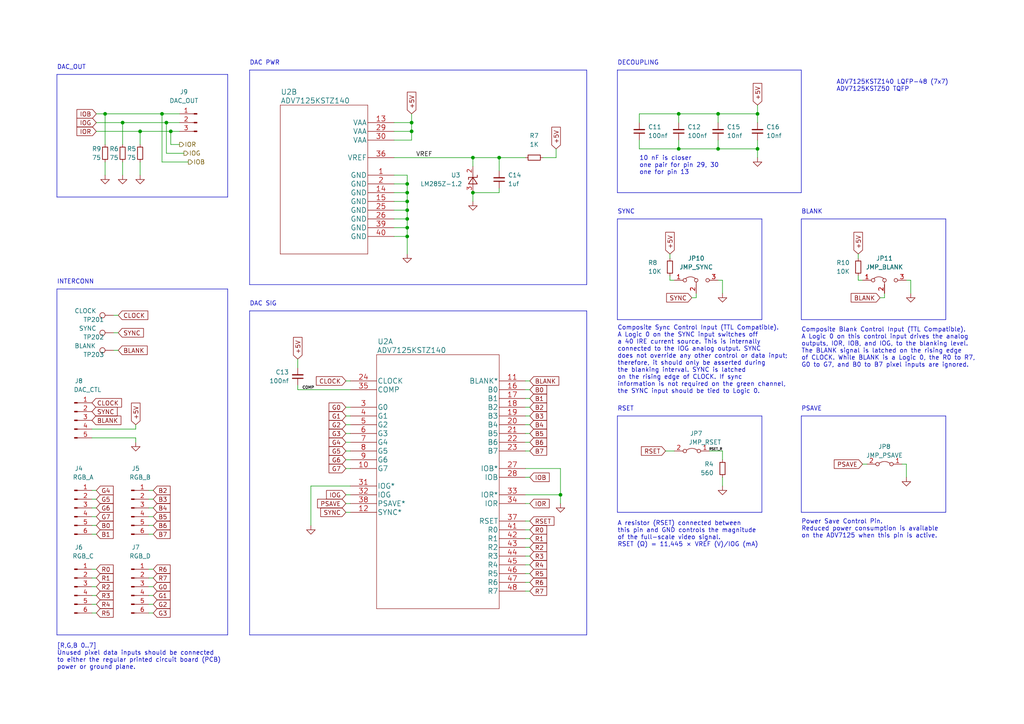
<source format=kicad_sch>
(kicad_sch (version 20230121) (generator eeschema)
  (paper "A4")
  (lib_symbols
    (symbol "ADV7125KSTZ140:ADV7125KSTZ140" (pin_names (offset 0.254))
      (property "Reference" "U" (at 25.4 12.7 0))
      (property "Value" "ADV7125KSTZ140" (at 25.4 10.16 0))
      (symbol "ADV7125KSTZ140_1_1"
        (polyline (pts (xy 7.62 -66.04) (xy 43.18 -66.04)) (stroke (width 0.127)))
        (polyline (pts (xy 7.62 7.62) (xy 7.62 -66.04)) (stroke (width 0.127)))
        (polyline (pts (xy 43.18 -66.04) (xy 43.18 7.62)) (stroke (width 0.127)))
        (polyline (pts (xy 43.18 7.62) (xy 7.62 7.62)) (stroke (width 0.127)))
        (pin input line (at 0 -25.4 0) (length 7.62) (name "G7") (number "10"))
        (pin passive line (at 50.8 0 180) (length 7.62) (name "BLANK*") (number "11"))
        (pin passive line (at 0 -38.1 0) (length 7.62) (name "SYNC*") (number "12"))
        (pin input line (at 50.8 -2.54 180) (length 7.62) (name "B0") (number "16"))
        (pin input line (at 50.8 -5.08 180) (length 7.62) (name "B1") (number "17"))
        (pin input line (at 50.8 -7.62 180) (length 7.62) (name "B2") (number "18"))
        (pin input line (at 50.8 -10.16 180) (length 7.62) (name "B3") (number "19"))
        (pin input line (at 50.8 -12.7 180) (length 7.62) (name "B4") (number "20"))
        (pin input line (at 50.8 -15.24 180) (length 7.62) (name "B5") (number "21"))
        (pin input line (at 50.8 -17.78 180) (length 7.62) (name "B6") (number "22"))
        (pin input line (at 50.8 -20.32 180) (length 7.62) (name "B7") (number "23"))
        (pin input line (at 0 0 0) (length 7.62) (name "CLOCK") (number "24"))
        (pin passive line (at 50.8 -25.4 180) (length 7.62) (name "IOB*") (number "27"))
        (pin output line (at 50.8 -27.94 180) (length 7.62) (name "IOB") (number "28"))
        (pin input line (at 0 -7.62 0) (length 7.62) (name "G0") (number "3"))
        (pin passive line (at 0 -30.48 0) (length 7.62) (name "IOG*") (number "31"))
        (pin output line (at 0 -33.02 0) (length 7.62) (name "IOG") (number "32"))
        (pin passive line (at 50.8 -33.02 180) (length 7.62) (name "IOR*") (number "33"))
        (pin output line (at 50.8 -35.56 180) (length 7.62) (name "IOR") (number "34"))
        (pin passive line (at 0 -2.54 0) (length 7.62) (name "COMP") (number "35"))
        (pin input line (at 50.8 -40.64 180) (length 7.62) (name "RSET") (number "37"))
        (pin passive line (at 0 -35.56 0) (length 7.62) (name "PSAVE*") (number "38"))
        (pin input line (at 0 -10.16 0) (length 7.62) (name "G1") (number "4"))
        (pin input line (at 50.8 -43.18 180) (length 7.62) (name "R0") (number "41"))
        (pin input line (at 50.8 -45.72 180) (length 7.62) (name "R1") (number "42"))
        (pin input line (at 50.8 -48.26 180) (length 7.62) (name "R2") (number "43"))
        (pin input line (at 50.8 -50.8 180) (length 7.62) (name "R3") (number "44"))
        (pin input line (at 50.8 -53.34 180) (length 7.62) (name "R4") (number "45"))
        (pin input line (at 50.8 -55.88 180) (length 7.62) (name "R5") (number "46"))
        (pin input line (at 50.8 -58.42 180) (length 7.62) (name "R6") (number "47"))
        (pin input line (at 50.8 -60.96 180) (length 7.62) (name "R7") (number "48"))
        (pin input line (at 0 -12.7 0) (length 7.62) (name "G2") (number "5"))
        (pin input line (at 0 -15.24 0) (length 7.62) (name "G3") (number "6"))
        (pin input line (at 0 -17.78 0) (length 7.62) (name "G4") (number "7"))
        (pin input line (at 0 -20.32 0) (length 7.62) (name "G5") (number "8"))
        (pin input line (at 0 -22.86 0) (length 7.62) (name "G6") (number "9"))
      )
      (symbol "ADV7125KSTZ140_2_1"
        (polyline (pts (xy 7.62 -38.1) (xy 33.02 -38.1)) (stroke (width 0.127)))
        (polyline (pts (xy 7.62 5.08) (xy 7.62 -38.1)) (stroke (width 0.127)))
        (polyline (pts (xy 33.02 -38.1) (xy 33.02 5.08)) (stroke (width 0.127)))
        (polyline (pts (xy 33.02 5.08) (xy 7.62 5.08)) (stroke (width 0.127)))
        (pin passive line (at 0 -15.24 0) (length 7.62) (name "GND") (number "1"))
        (pin power_in line (at 0 0 0) (length 7.62) (name "VAA") (number "13"))
        (pin passive line (at 0 -20.32 0) (length 7.62) (name "GND") (number "14"))
        (pin passive line (at 0 -22.86 0) (length 7.62) (name "GND") (number "15"))
        (pin passive line (at 0 -17.78 0) (length 7.62) (name "GND") (number "2"))
        (pin passive line (at 0 -25.4 0) (length 7.62) (name "GND") (number "25"))
        (pin passive line (at 0 -27.94 0) (length 7.62) (name "GND") (number "26"))
        (pin power_in line (at 0 -2.54 0) (length 7.62) (name "VAA") (number "29"))
        (pin power_in line (at 0 -5.08 0) (length 7.62) (name "VAA") (number "30"))
        (pin input line (at 0 -10.16 0) (length 7.62) (name "VREF") (number "36"))
        (pin passive line (at 0 -30.48 0) (length 7.62) (name "GND") (number "39"))
        (pin passive line (at 0 -33.02 0) (length 7.62) (name "GND") (number "40"))
      )
    )
    (symbol "Connector:Conn_01x03_Male" (pin_names (offset 1.016) hide)
      (property "Reference" "J" (at 0 5.08 0))
      (property "Value" "Conn_01x03_Male" (at 0 -5.08 0))
      (symbol "Conn_01x03_Male_1_1"
        (polyline (pts (xy 1.27 -2.54) (xy 0.8636 -2.54)) (stroke (width 0.1524)))
        (polyline (pts (xy 1.27 0) (xy 0.8636 0)) (stroke (width 0.1524)))
        (polyline (pts (xy 1.27 2.54) (xy 0.8636 2.54)) (stroke (width 0.1524)))
        (rectangle (start 0.8636 -2.413) (end 0 -2.667) (stroke (width 0.1524)) (fill (type outline)))
        (rectangle (start 0.8636 0.127) (end 0 -0.127) (stroke (width 0.1524)) (fill (type outline)))
        (rectangle (start 0.8636 2.667) (end 0 2.413) (stroke (width 0.1524)) (fill (type outline)))
        (pin passive line (at 5.08 2.54 180) (length 3.81) (name "Pin_1") (number "1"))
        (pin passive line (at 5.08 0 180) (length 3.81) (name "Pin_2") (number "2"))
        (pin passive line (at 5.08 -2.54 180) (length 3.81) (name "Pin_3") (number "3"))
      )
    )
    (symbol "Connector:Conn_01x05_Male" (pin_names (offset 1.016) hide)
      (property "Reference" "J" (at 0 7.62 0))
      (property "Value" "Conn_01x05_Male" (at 0 -7.62 0))
      (symbol "Conn_01x05_Male_1_1"
        (polyline (pts (xy 1.27 -5.08) (xy 0.8636 -5.08)) (stroke (width 0.1524)))
        (polyline (pts (xy 1.27 -2.54) (xy 0.8636 -2.54)) (stroke (width 0.1524)))
        (polyline (pts (xy 1.27 0) (xy 0.8636 0)) (stroke (width 0.1524)))
        (polyline (pts (xy 1.27 2.54) (xy 0.8636 2.54)) (stroke (width 0.1524)))
        (polyline (pts (xy 1.27 5.08) (xy 0.8636 5.08)) (stroke (width 0.1524)))
        (rectangle (start 0.8636 -4.953) (end 0 -5.207) (stroke (width 0.1524)) (fill (type outline)))
        (rectangle (start 0.8636 -2.413) (end 0 -2.667) (stroke (width 0.1524)) (fill (type outline)))
        (rectangle (start 0.8636 0.127) (end 0 -0.127) (stroke (width 0.1524)) (fill (type outline)))
        (rectangle (start 0.8636 2.667) (end 0 2.413) (stroke (width 0.1524)) (fill (type outline)))
        (rectangle (start 0.8636 5.207) (end 0 4.953) (stroke (width 0.1524)) (fill (type outline)))
        (pin passive line (at 5.08 5.08 180) (length 3.81) (name "Pin_1") (number "1"))
        (pin passive line (at 5.08 2.54 180) (length 3.81) (name "Pin_2") (number "2"))
        (pin passive line (at 5.08 0 180) (length 3.81) (name "Pin_3") (number "3"))
        (pin passive line (at 5.08 -2.54 180) (length 3.81) (name "Pin_4") (number "4"))
        (pin passive line (at 5.08 -5.08 180) (length 3.81) (name "Pin_5") (number "5"))
      )
    )
    (symbol "Connector:Conn_01x06_Male" (pin_names (offset 1.016) hide)
      (property "Reference" "J" (at 0 7.62 0))
      (property "Value" "Conn_01x06_Male" (at 0 -10.16 0))
      (symbol "Conn_01x06_Male_1_1"
        (polyline (pts (xy 1.27 -7.62) (xy 0.8636 -7.62)) (stroke (width 0.1524)))
        (polyline (pts (xy 1.27 -5.08) (xy 0.8636 -5.08)) (stroke (width 0.1524)))
        (polyline (pts (xy 1.27 -2.54) (xy 0.8636 -2.54)) (stroke (width 0.1524)))
        (polyline (pts (xy 1.27 0) (xy 0.8636 0)) (stroke (width 0.1524)))
        (polyline (pts (xy 1.27 2.54) (xy 0.8636 2.54)) (stroke (width 0.1524)))
        (polyline (pts (xy 1.27 5.08) (xy 0.8636 5.08)) (stroke (width 0.1524)))
        (rectangle (start 0.8636 -7.493) (end 0 -7.747) (stroke (width 0.1524)) (fill (type outline)))
        (rectangle (start 0.8636 -4.953) (end 0 -5.207) (stroke (width 0.1524)) (fill (type outline)))
        (rectangle (start 0.8636 -2.413) (end 0 -2.667) (stroke (width 0.1524)) (fill (type outline)))
        (rectangle (start 0.8636 0.127) (end 0 -0.127) (stroke (width 0.1524)) (fill (type outline)))
        (rectangle (start 0.8636 2.667) (end 0 2.413) (stroke (width 0.1524)) (fill (type outline)))
        (rectangle (start 0.8636 5.207) (end 0 4.953) (stroke (width 0.1524)) (fill (type outline)))
        (pin passive line (at 5.08 5.08 180) (length 3.81) (name "Pin_1") (number "1"))
        (pin passive line (at 5.08 2.54 180) (length 3.81) (name "Pin_2") (number "2"))
        (pin passive line (at 5.08 0 180) (length 3.81) (name "Pin_3") (number "3"))
        (pin passive line (at 5.08 -2.54 180) (length 3.81) (name "Pin_4") (number "4"))
        (pin passive line (at 5.08 -5.08 180) (length 3.81) (name "Pin_5") (number "5"))
        (pin passive line (at 5.08 -7.62 180) (length 3.81) (name "Pin_6") (number "6"))
      )
    )
    (symbol "Connector:TestPoint" (pin_numbers hide) (pin_names (offset 0.762) hide)
      (property "Reference" "TP" (at 0 6.858 0))
      (property "Value" "TestPoint" (at 0 5.08 0))
      (symbol "TestPoint_0_1"
        (circle (center 0 3.302) (radius 0.762))
      )
      (symbol "TestPoint_1_1"
        (pin passive line (at 0 0 90) (length 2.54) (name "1") (number "1"))
      )
    )
    (symbol "Device:C_Small" (pin_numbers hide) (pin_names (offset 0.254) hide)
      (property "Reference" "C" (at 0.254 1.778 0))
      (property "Value" "C_Small" (at 0.254 -2.032 0))
      (symbol "C_Small_0_1"
        (polyline (pts (xy -1.524 -0.508) (xy 1.524 -0.508)) (stroke (width 0.3302)))
        (polyline (pts (xy -1.524 0.508) (xy 1.524 0.508)) (stroke (width 0.3048)))
      )
      (symbol "C_Small_1_1"
        (pin passive line (at 0 2.54 270) (length 2.032) (name "~") (number "1"))
        (pin passive line (at 0 -2.54 90) (length 2.032) (name "~") (number "2"))
      )
    )
    (symbol "Device:R_Small" (pin_numbers hide) (pin_names (offset 0.254) hide)
      (property "Reference" "R" (at 0.762 0.508 0))
      (property "Value" "R_Small" (at 0.762 -1.016 0))
      (symbol "R_Small_0_1"
        (rectangle (start -0.762 1.778) (end 0.762 -1.778) (stroke (width 0.2032)))
      )
      (symbol "R_Small_1_1"
        (pin passive line (at 0 2.54 270) (length 0.762) (name "~") (number "1"))
        (pin passive line (at 0 -2.54 90) (length 0.762) (name "~") (number "2"))
      )
    )
    (symbol "Jumper:Jumper_2_Bridged" (pin_names (offset 0) hide)
      (property "Reference" "JP" (at 0 1.905 0))
      (property "Value" "Jumper_2_Bridged" (at 0 -2.54 0))
      (symbol "Jumper_2_Bridged_0_0"
        (circle (center -2.032 0) (radius 0.508))
        (circle (center 2.032 0) (radius 0.508))
      )
      (symbol "Jumper_2_Bridged_0_1"
        (arc (start 1.524 0.254) (mid 0 0.762) (end -1.524 0.254))
      )
      (symbol "Jumper_2_Bridged_1_1"
        (pin passive line (at -5.08 0 0) (length 2.54) (name "A") (number "1"))
        (pin passive line (at 5.08 0 180) (length 2.54) (name "B") (number "2"))
      )
    )
    (symbol "Jumper:Jumper_3_Bridged12" (pin_names (offset 0) hide)
      (property "Reference" "JP" (at -2.54 -2.54 0))
      (property "Value" "Jumper_3_Bridged12" (at 0 2.794 0))
      (symbol "Jumper_3_Bridged12_0_0"
        (circle (center -3.302 0) (radius 0.508))
        (circle (center 0 0) (radius 0.508))
        (circle (center 3.302 0) (radius 0.508))
      )
      (symbol "Jumper_3_Bridged12_0_1"
        (arc (start -0.254 0.508) (mid -1.651 0.9912) (end -3.048 0.508))
        (polyline (pts (xy 0 -1.27) (xy 0 -0.508)))
      )
      (symbol "Jumper_3_Bridged12_1_1"
        (pin passive line (at -6.35 0 0) (length 2.54) (name "A") (number "1"))
        (pin input line (at 0 -3.81 90) (length 2.54) (name "C") (number "2"))
        (pin passive line (at 6.35 0 180) (length 2.54) (name "B") (number "3"))
      )
    )
    (symbol "Reference_Voltage:LM285Z-1.2" (pin_names (offset 0.0254) hide)
      (property "Reference" "U" (at 0 2.54 0))
      (property "Value" "LM285Z-1.2" (at 0 -3.175 0))
      (symbol "LM285Z-1.2_0_1"
        (polyline (pts (xy -1.27 0) (xy 0 0) (xy 1.27 0)))
        (polyline (pts (xy -1.27 -1.27) (xy 0.635 0) (xy -1.27 1.27) (xy -1.27 -1.27)) (stroke (width 0.2032)))
        (polyline (pts (xy 0 -1.27) (xy 0.635 -1.27) (xy 0.635 1.27) (xy 1.27 1.27)) (stroke (width 0.2032)))
      )
      (symbol "LM285Z-1.2_1_1"
        (pin passive line (at 3.81 0 180) (length 2.54) (name "K") (number "2"))
        (pin passive line (at -3.81 0 0) (length 2.54) (name "A") (number "3"))
      )
    )
    (symbol "power:GND" (power) (pin_names (offset 0))
      (property "Value" "GND" (at 0 -3.81 0))
      (symbol "GND_0_1"
        (polyline (pts (xy 0 0) (xy 0 -1.27) (xy 1.27 -1.27) (xy 0 -2.54) (xy -1.27 -1.27) (xy 0 -1.27)))
      )
      (symbol "GND_1_1"
        (pin power_in line (at 0 0 270) (length 0) hide (name "GND") (number "1"))
      )
    )
  )
  (junction (at 137.16 55.88))
  (junction (at 118.11 53.34))
  (junction (at 48.26 35.56))
  (junction (at 144.78 45.72))
  (junction (at 49.53 38.1))
  (junction (at 46.99 33.02))
  (junction (at 208.28 33.02))
  (junction (at 118.11 60.96))
  (junction (at 219.71 43.18))
  (junction (at 118.11 55.88))
  (junction (at 118.11 68.58))
  (junction (at 118.11 63.5))
  (junction (at 196.85 43.18))
  (junction (at 137.16 45.72))
  (junction (at 219.71 33.02))
  (junction (at 118.11 66.04))
  (junction (at 119.38 38.1))
  (junction (at 162.56 143.51))
  (junction (at 119.38 35.56))
  (junction (at 30.48 33.02))
  (junction (at 40.64 38.1))
  (junction (at 208.28 43.18))
  (junction (at 196.85 33.02))
  (junction (at 35.56 35.56))
  (junction (at 118.11 58.42))
  (wire (pts (xy 114.3 66.04) (xy 118.11 66.04)))
  (wire (pts (xy 248.92 81.28) (xy 250.19 81.28)))
  (wire (pts (xy 86.36 104.14) (xy 86.36 106.68)))
  (wire (pts (xy 114.3 63.5) (xy 118.11 63.5)))
  (wire (pts (xy 49.53 38.1) (xy 49.53 41.91)))
  (wire (pts (xy 44.45 167.64) (xy 43.18 167.64)))
  (wire (pts (xy 44.45 144.78) (xy 43.18 144.78)))
  (polyline (pts (xy 72.39 20.32) (xy 170.18 20.32)))
  (wire (pts (xy 40.64 46.99) (xy 40.64 50.8)))
  (wire (pts (xy 153.67 110.49) (xy 152.4 110.49)))
  (polyline (pts (xy 232.41 148.59) (xy 274.32 148.59)))
  (wire (pts (xy 39.37 127) (xy 26.67 127)))
  (wire (pts (xy 219.71 43.18) (xy 219.71 45.72)))
  (wire (pts (xy 27.94 147.32) (xy 26.67 147.32)))
  (wire (pts (xy 100.33 130.81) (xy 101.6 130.81)))
  (wire (pts (xy 44.45 149.86) (xy 43.18 149.86)))
  (wire (pts (xy 114.3 68.58) (xy 118.11 68.58)))
  (wire (pts (xy 114.3 60.96) (xy 118.11 60.96)))
  (wire (pts (xy 219.71 40.64) (xy 219.71 43.18)))
  (polyline (pts (xy 179.07 120.65) (xy 220.98 120.65)))
  (wire (pts (xy 194.31 81.28) (xy 195.58 81.28)))
  (wire (pts (xy 86.36 111.76) (xy 86.36 113.03)))
  (polyline (pts (xy 232.41 120.65) (xy 274.32 120.65)))
  (wire (pts (xy 30.48 33.02) (xy 46.99 33.02)))
  (polyline (pts (xy 232.41 55.88) (xy 232.41 20.32)))
  (wire (pts (xy 119.38 38.1) (xy 114.3 38.1)))
  (wire (pts (xy 114.3 53.34) (xy 118.11 53.34)))
  (wire (pts (xy 27.94 152.4) (xy 26.67 152.4)))
  (polyline (pts (xy 232.41 120.65) (xy 232.41 148.59)))
  (polyline (pts (xy 274.32 148.59) (xy 274.32 120.65)))
  (wire (pts (xy 44.45 152.4) (xy 43.18 152.4)))
  (wire (pts (xy 54.61 46.99) (xy 46.99 46.99)))
  (wire (pts (xy 100.33 143.51) (xy 101.6 143.51)))
  (polyline (pts (xy 179.07 20.32) (xy 179.07 55.88)))
  (wire (pts (xy 137.16 48.26) (xy 137.16 45.72)))
  (wire (pts (xy 153.67 128.27) (xy 152.4 128.27)))
  (polyline (pts (xy 179.07 92.71) (xy 220.98 92.71)))
  (wire (pts (xy 153.67 125.73) (xy 152.4 125.73)))
  (wire (pts (xy 144.78 55.88) (xy 144.78 54.61)))
  (wire (pts (xy 152.4 45.72) (xy 144.78 45.72)))
  (wire (pts (xy 196.85 40.64) (xy 196.85 43.18)))
  (wire (pts (xy 27.94 33.02) (xy 30.48 33.02)))
  (wire (pts (xy 250.19 134.62) (xy 251.46 134.62)))
  (polyline (pts (xy 220.98 148.59) (xy 220.98 120.65)))
  (wire (pts (xy 49.53 38.1) (xy 52.07 38.1)))
  (wire (pts (xy 185.42 33.02) (xy 185.42 35.56)))
  (wire (pts (xy 53.34 44.45) (xy 48.26 44.45)))
  (polyline (pts (xy 232.41 20.32) (xy 179.07 20.32)))
  (polyline (pts (xy 179.07 63.5) (xy 179.07 92.71)))
  (wire (pts (xy 27.94 165.1) (xy 26.67 165.1)))
  (wire (pts (xy 153.67 166.37) (xy 152.4 166.37)))
  (polyline (pts (xy 179.07 20.32) (xy 179.07 20.32)))
  (wire (pts (xy 27.94 144.78) (xy 26.67 144.78)))
  (wire (pts (xy 153.67 146.05) (xy 152.4 146.05)))
  (wire (pts (xy 161.29 43.18) (xy 161.29 45.72)))
  (wire (pts (xy 256.54 85.09) (xy 256.54 86.36)))
  (polyline (pts (xy 16.51 57.15) (xy 66.04 57.15)))
  (wire (pts (xy 114.3 40.64) (xy 119.38 40.64)))
  (wire (pts (xy 137.16 55.88) (xy 144.78 55.88)))
  (wire (pts (xy 27.94 170.18) (xy 26.67 170.18)))
  (wire (pts (xy 27.94 35.56) (xy 35.56 35.56)))
  (wire (pts (xy 262.89 81.28) (xy 264.16 81.28)))
  (wire (pts (xy 100.33 118.11) (xy 101.6 118.11)))
  (wire (pts (xy 118.11 53.34) (xy 118.11 55.88)))
  (wire (pts (xy 153.67 153.67) (xy 152.4 153.67)))
  (wire (pts (xy 208.28 81.28) (xy 209.55 81.28)))
  (wire (pts (xy 35.56 46.99) (xy 35.56 50.8)))
  (wire (pts (xy 200.66 86.36) (xy 201.93 86.36)))
  (wire (pts (xy 27.94 142.24) (xy 26.67 142.24)))
  (polyline (pts (xy 72.39 184.15) (xy 72.39 90.17)))
  (polyline (pts (xy 16.51 21.59) (xy 16.51 57.15)))
  (wire (pts (xy 27.94 149.86) (xy 26.67 149.86)))
  (wire (pts (xy 162.56 135.89) (xy 162.56 143.51)))
  (wire (pts (xy 153.67 156.21) (xy 152.4 156.21)))
  (wire (pts (xy 119.38 33.02) (xy 119.38 35.56)))
  (wire (pts (xy 264.16 81.28) (xy 264.16 85.09)))
  (wire (pts (xy 194.31 80.01) (xy 194.31 81.28)))
  (wire (pts (xy 152.4 143.51) (xy 162.56 143.51)))
  (wire (pts (xy 185.42 40.64) (xy 185.42 43.18)))
  (wire (pts (xy 44.45 170.18) (xy 43.18 170.18)))
  (wire (pts (xy 44.45 172.72) (xy 43.18 172.72)))
  (wire (pts (xy 153.67 151.13) (xy 152.4 151.13)))
  (wire (pts (xy 208.28 33.02) (xy 208.28 35.56)))
  (wire (pts (xy 153.67 171.45) (xy 152.4 171.45)))
  (wire (pts (xy 153.67 161.29) (xy 152.4 161.29)))
  (wire (pts (xy 100.33 133.35) (xy 101.6 133.35)))
  (wire (pts (xy 30.48 46.99) (xy 30.48 50.8)))
  (wire (pts (xy 219.71 30.48) (xy 219.71 33.02)))
  (polyline (pts (xy 170.18 90.17) (xy 170.18 184.15)))
  (wire (pts (xy 100.33 135.89) (xy 101.6 135.89)))
  (polyline (pts (xy 16.51 184.15) (xy 66.04 184.15)))
  (wire (pts (xy 119.38 38.1) (xy 119.38 35.56)))
  (polyline (pts (xy 179.07 55.88) (xy 232.41 55.88)))
  (wire (pts (xy 201.93 85.09) (xy 201.93 86.36)))
  (wire (pts (xy 137.16 58.42) (xy 137.16 55.88)))
  (polyline (pts (xy 232.41 63.5) (xy 232.41 92.71)))
  (wire (pts (xy 27.94 175.26) (xy 26.67 175.26)))
  (wire (pts (xy 161.29 45.72) (xy 157.48 45.72)))
  (wire (pts (xy 196.85 43.18) (xy 208.28 43.18)))
  (wire (pts (xy 209.55 140.97) (xy 209.55 138.43)))
  (wire (pts (xy 153.67 168.91) (xy 152.4 168.91)))
  (wire (pts (xy 27.94 172.72) (xy 26.67 172.72)))
  (wire (pts (xy 162.56 143.51) (xy 162.56 146.05)))
  (wire (pts (xy 118.11 68.58) (xy 118.11 73.66)))
  (wire (pts (xy 119.38 35.56) (xy 114.3 35.56)))
  (wire (pts (xy 153.67 123.19) (xy 152.4 123.19)))
  (wire (pts (xy 248.92 73.66) (xy 248.92 74.93)))
  (wire (pts (xy 196.85 33.02) (xy 208.28 33.02)))
  (wire (pts (xy 46.99 33.02) (xy 52.07 33.02)))
  (wire (pts (xy 44.45 154.94) (xy 43.18 154.94)))
  (wire (pts (xy 44.45 177.8) (xy 43.18 177.8)))
  (wire (pts (xy 86.36 113.03) (xy 101.6 113.03)))
  (wire (pts (xy 262.89 134.62) (xy 261.62 134.62)))
  (wire (pts (xy 152.4 135.89) (xy 162.56 135.89)))
  (wire (pts (xy 40.64 38.1) (xy 49.53 38.1)))
  (wire (pts (xy 118.11 50.8) (xy 118.11 53.34)))
  (polyline (pts (xy 170.18 184.15) (xy 72.39 184.15)))
  (polyline (pts (xy 66.04 21.59) (xy 16.51 21.59)))
  (wire (pts (xy 209.55 81.28) (xy 209.55 85.09)))
  (polyline (pts (xy 72.39 82.55) (xy 170.18 82.55)))
  (wire (pts (xy 40.64 38.1) (xy 40.64 41.91)))
  (wire (pts (xy 153.67 120.65) (xy 152.4 120.65)))
  (wire (pts (xy 153.67 115.57) (xy 152.4 115.57)))
  (wire (pts (xy 153.67 158.75) (xy 152.4 158.75)))
  (polyline (pts (xy 66.04 184.15) (xy 66.04 83.82)))
  (wire (pts (xy 208.28 33.02) (xy 219.71 33.02)))
  (wire (pts (xy 44.45 165.1) (xy 43.18 165.1)))
  (polyline (pts (xy 232.41 63.5) (xy 274.32 63.5)))
  (wire (pts (xy 208.28 40.64) (xy 208.28 43.18)))
  (wire (pts (xy 118.11 66.04) (xy 118.11 68.58)))
  (wire (pts (xy 90.17 140.97) (xy 90.17 152.4)))
  (wire (pts (xy 262.89 134.62) (xy 262.89 138.43)))
  (wire (pts (xy 39.37 123.19) (xy 39.37 124.46)))
  (wire (pts (xy 255.27 86.36) (xy 256.54 86.36)))
  (wire (pts (xy 35.56 35.56) (xy 48.26 35.56)))
  (wire (pts (xy 44.45 175.26) (xy 43.18 175.26)))
  (wire (pts (xy 248.92 80.01) (xy 248.92 81.28)))
  (wire (pts (xy 48.26 35.56) (xy 52.07 35.56)))
  (wire (pts (xy 185.42 43.18) (xy 196.85 43.18)))
  (wire (pts (xy 185.42 33.02) (xy 196.85 33.02)))
  (polyline (pts (xy 72.39 90.17) (xy 170.18 90.17)))
  (wire (pts (xy 193.04 130.81) (xy 195.58 130.81)))
  (wire (pts (xy 118.11 60.96) (xy 118.11 63.5)))
  (wire (pts (xy 100.33 148.59) (xy 101.6 148.59)))
  (wire (pts (xy 35.56 35.56) (xy 35.56 41.91)))
  (wire (pts (xy 196.85 33.02) (xy 196.85 35.56)))
  (wire (pts (xy 101.6 140.97) (xy 90.17 140.97)))
  (wire (pts (xy 144.78 45.72) (xy 144.78 49.53)))
  (wire (pts (xy 153.67 138.43) (xy 152.4 138.43)))
  (wire (pts (xy 100.33 146.05) (xy 101.6 146.05)))
  (wire (pts (xy 153.67 118.11) (xy 152.4 118.11)))
  (wire (pts (xy 118.11 55.88) (xy 118.11 58.42)))
  (wire (pts (xy 153.67 163.83) (xy 152.4 163.83)))
  (polyline (pts (xy 16.51 83.82) (xy 66.04 83.82)))
  (polyline (pts (xy 232.41 92.71) (xy 274.32 92.71)))
  (wire (pts (xy 34.29 101.6) (xy 33.02 101.6)))
  (polyline (pts (xy 179.07 63.5) (xy 220.98 63.5)))
  (wire (pts (xy 39.37 124.46) (xy 26.67 124.46)))
  (polyline (pts (xy 179.07 120.65) (xy 179.07 148.59)))
  (wire (pts (xy 34.29 91.44) (xy 33.02 91.44)))
  (wire (pts (xy 44.45 142.24) (xy 43.18 142.24)))
  (polyline (pts (xy 66.04 57.15) (xy 66.04 21.59)))
  (polyline (pts (xy 72.39 82.55) (xy 72.39 20.32)))
  (wire (pts (xy 27.94 154.94) (xy 26.67 154.94)))
  (wire (pts (xy 27.94 167.64) (xy 26.67 167.64)))
  (wire (pts (xy 48.26 35.56) (xy 48.26 44.45)))
  (wire (pts (xy 100.33 120.65) (xy 101.6 120.65)))
  (wire (pts (xy 194.31 73.66) (xy 194.31 74.93)))
  (wire (pts (xy 44.45 147.32) (xy 43.18 147.32)))
  (wire (pts (xy 208.28 43.18) (xy 219.71 43.18)))
  (polyline (pts (xy 220.98 92.71) (xy 220.98 63.5)))
  (wire (pts (xy 114.3 45.72) (xy 137.16 45.72)))
  (wire (pts (xy 153.67 113.03) (xy 152.4 113.03)))
  (wire (pts (xy 114.3 55.88) (xy 118.11 55.88)))
  (polyline (pts (xy 170.18 20.32) (xy 170.18 82.55)))
  (wire (pts (xy 27.94 38.1) (xy 40.64 38.1)))
  (wire (pts (xy 114.3 50.8) (xy 118.11 50.8)))
  (wire (pts (xy 205.74 130.81) (xy 209.55 130.81)))
  (wire (pts (xy 30.48 33.02) (xy 30.48 41.91)))
  (wire (pts (xy 219.71 33.02) (xy 219.71 35.56)))
  (wire (pts (xy 100.33 123.19) (xy 101.6 123.19)))
  (polyline (pts (xy 16.51 83.82) (xy 16.51 184.15)))
  (wire (pts (xy 137.16 45.72) (xy 144.78 45.72)))
  (polyline (pts (xy 274.32 92.71) (xy 274.32 63.5)))
  (wire (pts (xy 119.38 40.64) (xy 119.38 38.1)))
  (wire (pts (xy 100.33 125.73) (xy 101.6 125.73)))
  (wire (pts (xy 34.29 96.52) (xy 33.02 96.52)))
  (wire (pts (xy 46.99 33.02) (xy 46.99 46.99)))
  (wire (pts (xy 27.94 177.8) (xy 26.67 177.8)))
  (polyline (pts (xy 179.07 148.59) (xy 220.98 148.59)))
  (wire (pts (xy 52.07 41.91) (xy 49.53 41.91)))
  (wire (pts (xy 114.3 58.42) (xy 118.11 58.42)))
  (wire (pts (xy 209.55 130.81) (xy 209.55 133.35)))
  (wire (pts (xy 153.67 130.81) (xy 152.4 130.81)))
  (wire (pts (xy 118.11 63.5) (xy 118.11 66.04)))
  (wire (pts (xy 100.33 110.49) (xy 101.6 110.49)))
  (wire (pts (xy 100.33 128.27) (xy 101.6 128.27)))
  (wire (pts (xy 118.11 58.42) (xy 118.11 60.96)))
  (wire (pts (xy 39.37 128.27) (xy 39.37 127)))
  (text "10 nF is closer\none pair for pin 29, 30\none for pin 13" (at 185.42 50.8 0) (effects (font (size 1.27 1.27)) (justify left bottom)))
  (text "DECOUPLING" (at 179.07 19.05 0) (effects (font (size 1.27 1.27)) (justify left bottom)))
  (text "[R,G,B 0..7]\nUnused pixel data inputs should be connected\nto either the regular printed circuit board (PCB)\npower or ground plane." (at 16.51 194.31 0) (effects (font (size 1.27 1.27)) (justify left bottom)))
  (text "RSET" (at 179.07 119.38 0) (effects (font (size 1.27 1.27)) (justify left bottom)))
  (text "DAC PWR" (at 72.39 19.05 0) (effects (font (size 1.27 1.27)) (justify left bottom)))
  (text "SYNC" (at 179.07 62.23 0) (effects (font (size 1.27 1.27)) (justify left bottom)))
  (text "DAC SIG" (at 72.39 88.9 0) (effects (font (size 1.27 1.27)) (justify left bottom)))
  (text "BLANK" (at 232.41 62.23 0) (effects (font (size 1.27 1.27)) (justify left bottom)))
  (text "PSAVE\n" (at 232.41 119.38 0) (effects (font (size 1.27 1.27)) (justify left bottom)))
  (text "INTERCONN" (at 16.51 82.55 0) (effects (font (size 1.27 1.27)) (justify left bottom)))
  (text "DAC_OUT" (at 16.51 20.32 0) (effects (font (size 1.27 1.27)) (justify left bottom)))
  (text "Composite Blank Control Input (TTL Compatible).\nA Logic 0 on this control input drives the analog\noutputs, IOR, IOB, and IOG, to the blanking level.\nThe BLANK signal is latched on the rising edge\nof CLOCK. While BLANK is a Logic 0, the R0 to R7,\nG0 to G7, and B0 to B7 pixel inputs are ignored.\n" (at 232.41 106.68 0) (effects (font (size 1.27 1.27)) (justify left bottom)))
  (text "Power Save Control Pin.\nReduced power consumption is available\non the ADV7125 when this pin is active." (at 232.41 156.21 0) (effects (font (size 1.27 1.27)) (justify left bottom)))
  (text "Composite Sync Control Input (TTL Compatible).\nA Logic 0 on the SYNC input switches off\na 40 IRE current source. This is internally\nconnected to the IOG analog output. SYNC\ndoes not override any other control or data input;\ntherefore, it should only be asserted during\nthe blanking interval. SYNC is latched\non the rising edge of CLOCK. If sync\ninformation is not required on the green channel,\nthe SYNC input should be tied to Logic 0." (at 179.07 114.3 0) (effects (font (size 1.27 1.27)) (justify left bottom)))
  (text "A resistor (RSET) connected between\nthis pin and GND controls the magnitude\nof the full-scale video signal.\nRSET (Ω) = 11,445 × VREF (V)/IOG (mA)" (at 179.07 158.75 0) (effects (font (size 1.27 1.27)) (justify left bottom)))
  (text "ADV7125KSTZ140 LQFP-48 (7x7)\nADV7125KSTZ50 TQFP" (at 242.57 26.67 0) (effects (font (size 1.27 1.27)) (justify left bottom)))
  (label "VREF" (at 120.65 45.72 0))
  (label "RSET_R" (at 209.55 130.81 180) (effects (font (size 0.7 0.7))))
  (label "COMP" (at 87.63 113.03 0) (effects (font (size 0.8 0.8))))
  (global_label "G2" (shape input) (at 44.45 175.26 0) (property "Intersheetrefs" "${INTERSHEET_REFS}" (effects hide)))
  (global_label "R4" (shape input) (at 153.67 163.83 0) (property "Intersheetrefs" "${INTERSHEET_REFS}" (effects hide)))
  (global_label "G6" (shape input) (at 27.94 147.32 0) (property "Intersheetrefs" "${INTERSHEET_REFS}" (effects hide)))
  (global_label "BLANK" (shape input) (at 34.29 101.6 0) (property "Intersheetrefs" "${INTERSHEET_REFS}" (effects hide)))
  (global_label "BLANK" (shape input) (at 255.27 86.36 180) (property "Intersheetrefs" "${INTERSHEET_REFS}" (effects hide)))
  (global_label "SYNC" (shape input) (at 100.33 148.59 180) (property "Intersheetrefs" "${INTERSHEET_REFS}" (effects hide)))
  (global_label "G5" (shape input) (at 100.33 130.81 180) (property "Intersheetrefs" "${INTERSHEET_REFS}" (effects hide)))
  (global_label "R7" (shape input) (at 153.67 171.45 0) (property "Intersheetrefs" "${INTERSHEET_REFS}" (effects hide)))
  (global_label "B3" (shape input) (at 44.45 144.78 0) (property "Intersheetrefs" "${INTERSHEET_REFS}" (effects hide)))
  (global_label "G7" (shape input) (at 27.94 149.86 0) (property "Intersheetrefs" "${INTERSHEET_REFS}" (effects hide)))
  (global_label "CLOCK" (shape input) (at 34.29 91.44 0) (property "Intersheetrefs" "${INTERSHEET_REFS}" (effects hide)))
  (global_label "G3" (shape input) (at 44.45 177.8 0) (property "Intersheetrefs" "${INTERSHEET_REFS}" (effects hide)))
  (global_label "G2" (shape input) (at 100.33 123.19 180) (property "Intersheetrefs" "${INTERSHEET_REFS}" (effects hide)))
  (global_label "G1" (shape input) (at 44.45 172.72 0) (property "Intersheetrefs" "${INTERSHEET_REFS}" (effects hide)))
  (global_label "G4" (shape input) (at 27.94 142.24 0) (property "Intersheetrefs" "${INTERSHEET_REFS}" (effects hide)))
  (global_label "+5V" (shape input) (at 86.36 104.14 90) (property "Intersheetrefs" "${INTERSHEET_REFS}" (effects hide)))
  (global_label "CLOCK" (shape input) (at 26.67 116.84 0) (property "Intersheetrefs" "${INTERSHEET_REFS}" (effects hide)))
  (global_label "B1" (shape input) (at 27.94 154.94 0) (property "Intersheetrefs" "${INTERSHEET_REFS}" (effects hide)))
  (global_label "R3" (shape input) (at 153.67 161.29 0) (property "Intersheetrefs" "${INTERSHEET_REFS}" (effects hide)))
  (global_label "B4" (shape input) (at 153.67 123.19 0) (property "Intersheetrefs" "${INTERSHEET_REFS}" (effects hide)))
  (global_label "B7" (shape input) (at 44.45 154.94 0) (property "Intersheetrefs" "${INTERSHEET_REFS}" (effects hide)))
  (global_label "RSET" (shape input) (at 153.67 151.13 0) (property "Intersheetrefs" "${INTERSHEET_REFS}" (effects hide)))
  (global_label "G7" (shape input) (at 100.33 135.89 180) (property "Intersheetrefs" "${INTERSHEET_REFS}" (effects hide)))
  (global_label "R6" (shape input) (at 153.67 168.91 0) (property "Intersheetrefs" "${INTERSHEET_REFS}" (effects hide)))
  (global_label "B0" (shape input) (at 27.94 152.4 0) (property "Intersheetrefs" "${INTERSHEET_REFS}" (effects hide)))
  (global_label "BLANK" (shape input) (at 26.67 121.92 0) (property "Intersheetrefs" "${INTERSHEET_REFS}" (effects hide)))
  (global_label "G0" (shape input) (at 100.33 118.11 180) (property "Intersheetrefs" "${INTERSHEET_REFS}" (effects hide)))
  (global_label "SYNC" (shape input) (at 34.29 96.52 0) (property "Intersheetrefs" "${INTERSHEET_REFS}" (effects hide)))
  (global_label "SYNC" (shape input) (at 200.66 86.36 180) (property "Intersheetrefs" "${INTERSHEET_REFS}" (effects hide)))
  (global_label "R5" (shape input) (at 27.94 177.8 0) (property "Intersheetrefs" "${INTERSHEET_REFS}" (effects hide)))
  (global_label "B5" (shape input) (at 44.45 149.86 0) (property "Intersheetrefs" "${INTERSHEET_REFS}" (effects hide)))
  (global_label "B2" (shape input) (at 153.67 118.11 0) (property "Intersheetrefs" "${INTERSHEET_REFS}" (effects hide)))
  (global_label "+5V" (shape input) (at 248.92 73.66 90) (property "Intersheetrefs" "${INTERSHEET_REFS}" (effects hide)))
  (global_label "R3" (shape input) (at 27.94 172.72 0) (property "Intersheetrefs" "${INTERSHEET_REFS}" (effects hide)))
  (global_label "+5V" (shape input) (at 194.31 73.66 90) (property "Intersheetrefs" "${INTERSHEET_REFS}" (effects hide)))
  (global_label "+5V" (shape input) (at 39.37 123.19 90) (property "Intersheetrefs" "${INTERSHEET_REFS}" (effects hide)))
  (global_label "G6" (shape input) (at 100.33 133.35 180) (property "Intersheetrefs" "${INTERSHEET_REFS}" (effects hide)))
  (global_label "R6" (shape input) (at 44.45 165.1 0) (property "Intersheetrefs" "${INTERSHEET_REFS}" (effects hide)))
  (global_label "B0" (shape input) (at 153.67 113.03 0) (property "Intersheetrefs" "${INTERSHEET_REFS}" (effects hide)))
  (global_label "+5V" (shape input) (at 119.38 33.02 90) (property "Intersheetrefs" "${INTERSHEET_REFS}" (effects hide)))
  (global_label "RSET" (shape input) (at 193.04 130.81 180) (property "Intersheetrefs" "${INTERSHEET_REFS}" (effects hide)))
  (global_label "R1" (shape input) (at 153.67 156.21 0) (property "Intersheetrefs" "${INTERSHEET_REFS}" (effects hide)))
  (global_label "G4" (shape input) (at 100.33 128.27 180) (property "Intersheetrefs" "${INTERSHEET_REFS}" (effects hide)))
  (global_label "B6" (shape input) (at 153.67 128.27 0) (property "Intersheetrefs" "${INTERSHEET_REFS}" (effects hide)))
  (global_label "IOG" (shape input) (at 27.94 35.56 180) (property "Intersheetrefs" "${INTERSHEET_REFS}" (effects hide)))
  (global_label "IOR" (shape input) (at 27.94 38.1 180) (property "Intersheetrefs" "${INTERSHEET_REFS}" (effects hide)))
  (global_label "R0" (shape input) (at 153.67 153.67 0) (property "Intersheetrefs" "${INTERSHEET_REFS}" (effects hide)))
  (global_label "B2" (shape input) (at 44.45 142.24 0) (property "Intersheetrefs" "${INTERSHEET_REFS}" (effects hide)))
  (global_label "IOR" (shape input) (at 153.67 146.05 0) (property "Intersheetrefs" "${INTERSHEET_REFS}" (effects hide)))
  (global_label "B1" (shape input) (at 153.67 115.57 0) (property "Intersheetrefs" "${INTERSHEET_REFS}" (effects hide)))
  (global_label "PSAVE" (shape input) (at 100.33 146.05 180) (property "Intersheetrefs" "${INTERSHEET_REFS}" (effects hide)))
  (global_label "R1" (shape input) (at 27.94 167.64 0) (property "Intersheetrefs" "${INTERSHEET_REFS}" (effects hide)))
  (global_label "R7" (shape input) (at 44.45 167.64 0) (property "Intersheetrefs" "${INTERSHEET_REFS}" (effects hide)))
  (global_label "G3" (shape input) (at 100.33 125.73 180) (property "Intersheetrefs" "${INTERSHEET_REFS}" (effects hide)))
  (global_label "R0" (shape input) (at 27.94 165.1 0) (property "Intersheetrefs" "${INTERSHEET_REFS}" (effects hide)))
  (global_label "PSAVE" (shape input) (at 250.19 134.62 180) (property "Intersheetrefs" "${INTERSHEET_REFS}" (effects hide)))
  (global_label "CLOCK" (shape input) (at 100.33 110.49 180) (property "Intersheetrefs" "${INTERSHEET_REFS}" (effects hide)))
  (global_label "B6" (shape input) (at 44.45 152.4 0) (property "Intersheetrefs" "${INTERSHEET_REFS}" (effects hide)))
  (global_label "G1" (shape input) (at 100.33 120.65 180) (property "Intersheetrefs" "${INTERSHEET_REFS}" (effects hide)))
  (global_label "G5" (shape input) (at 27.94 144.78 0) (property "Intersheetrefs" "${INTERSHEET_REFS}" (effects hide)))
  (global_label "+5V" (shape input) (at 219.71 30.48 90) (property "Intersheetrefs" "${INTERSHEET_REFS}" (effects hide)))
  (global_label "R2" (shape input) (at 27.94 170.18 0) (property "Intersheetrefs" "${INTERSHEET_REFS}" (effects hide)))
  (global_label "B5" (shape input) (at 153.67 125.73 0) (property "Intersheetrefs" "${INTERSHEET_REFS}" (effects hide)))
  (global_label "BLANK" (shape input) (at 153.67 110.49 0) (property "Intersheetrefs" "${INTERSHEET_REFS}" (effects hide)))
  (global_label "IOB" (shape input) (at 27.94 33.02 180) (property "Intersheetrefs" "${INTERSHEET_REFS}" (effects hide)))
  (global_label "B3" (shape input) (at 153.67 120.65 0) (property "Intersheetrefs" "${INTERSHEET_REFS}" (effects hide)))
  (global_label "+5V" (shape input) (at 161.29 43.18 90) (property "Intersheetrefs" "${INTERSHEET_REFS}" (effects hide)))
  (global_label "IOG" (shape input) (at 100.33 143.51 180) (property "Intersheetrefs" "${INTERSHEET_REFS}" (effects hide)))
  (global_label "R4" (shape input) (at 27.94 175.26 0) (property "Intersheetrefs" "${INTERSHEET_REFS}" (effects hide)))
  (global_label "IOB" (shape input) (at 153.67 138.43 0) (property "Intersheetrefs" "${INTERSHEET_REFS}" (effects hide)))
  (global_label "G0" (shape input) (at 44.45 170.18 0) (property "Intersheetrefs" "${INTERSHEET_REFS}" (effects hide)))
  (global_label "R2" (shape input) (at 153.67 158.75 0) (property "Intersheetrefs" "${INTERSHEET_REFS}" (effects hide)))
  (global_label "B7" (shape input) (at 153.67 130.81 0) (property "Intersheetrefs" "${INTERSHEET_REFS}" (effects hide)))
  (global_label "SYNC" (shape input) (at 26.67 119.38 0) (property "Intersheetrefs" "${INTERSHEET_REFS}" (effects hide)))
  (global_label "B4" (shape input) (at 44.45 147.32 0) (property "Intersheetrefs" "${INTERSHEET_REFS}" (effects hide)))
  (global_label "R5" (shape input) (at 153.67 166.37 0) (property "Intersheetrefs" "${INTERSHEET_REFS}" (effects hide)))
  (hierarchical_label "IOB" (shape output) (at 54.61 46.99 0))
  (hierarchical_label "IOG" (shape output) (at 53.34 44.45 0))
  (hierarchical_label "IOR" (shape output) (at 52.07 41.91 0))
  (symbol (lib_id "Jumper:Jumper_2_Bridged") (at 200.66 130.81 0) (mirror y) (unit 1)
    (property "Reference" "JP7" (at 201.93 125.73 0))
    (property "Value" "JMP_RSET" (at 204.47 128.27 0))
    (property "Footprint" "Connector_PinHeader_2.54mm:PinHeader_1x02_P2.54mm_Vertical" (effects hide))
  )
  (symbol (lib_id "Device:C_Small") (at 185.42 38.1 180) (unit 1)
    (property "Reference" "C11" (at 187.96 36.8235 0) (effects (justify right)))
    (property "Value" "100nf" (at 187.96 39.3635 0) (effects (justify right)))
    (property "Footprint" "Capacitor_SMD:C_0603_1608Metric_Pad1.08x0.95mm_HandSolder" (effects hide))
  )
  (symbol (lib_id "ADV7125KSTZ140:ADV7125KSTZ140") (at 101.6 110.49 0) (unit 1)
    (property "Reference" "U2" (at 111.76 99.06 0) (effects (font (size 1.524 1.524))))
    (property "Value" "ADV7125KSTZ140" (at 119.38 101.6 0) (effects (font (size 1.524 1.524))))
    (property "Footprint" "footprints:ADV7125KSTZ140" (effects hide))
  )
  (symbol (lib_id "power:GND") (at 35.56 50.8 0) (unit 1)
    (property "Reference" "#PWR019" (effects hide))
    (property "Value" "GND" (effects hide))
  )
  (symbol (lib_id "Connector:TestPoint") (at 33.02 101.6 90) (unit 1)
    (property "Reference" "TP203" (at 24.13 102.87 90) (effects (justify right)))
    (property "Value" "BLANK" (at 21.59 100.33 90) (effects (justify right)))
    (property "Footprint" "TestPoint:TestPoint_Loop_D2.60mm_Drill0.9mm_Beaded" (effects hide))
  )
  (symbol (lib_id "Connector:Conn_01x06_Male") (at 21.59 170.18 0) (unit 1)
    (property "Reference" "J6" (at 22.86 158.75 0))
    (property "Value" "RGB_C" (at 24.13 161.29 0))
    (property "Footprint" "Connector_JST:JST_XH_B6B-XH-A_1x06_P2.50mm_Vertical" (effects hide))
  )
  (symbol (lib_id "Jumper:Jumper_3_Bridged12") (at 201.93 81.28 0) (unit 1)
    (property "Reference" "JP10" (at 201.93 74.93 0))
    (property "Value" "JMP_SYNC" (at 201.93 77.47 0))
    (property "Footprint" "Connector_PinHeader_2.54mm:PinHeader_1x03_P2.54mm_Vertical" (effects hide))
  )
  (symbol (lib_id "power:GND") (at 219.71 45.72 0) (unit 1)
    (property "Reference" "#PWR0106" (effects hide))
    (property "Value" "GND" (effects hide))
  )
  (symbol (lib_id "Device:R_Small") (at 35.56 44.45 0) (unit 1)
    (property "Reference" "R6" (at 31.75 43.18 0) (effects (justify left)))
    (property "Value" "75" (at 31.75 45.72 0) (effects (justify left)))
    (property "Footprint" "Resistor_SMD:R_0603_1608Metric_Pad0.98x0.95mm_HandSolder" (effects hide))
  )
  (symbol (lib_id "power:GND") (at 262.89 138.43 0) (mirror y) (unit 1)
    (property "Reference" "#PWR024" (effects hide))
    (property "Value" "GND" (effects hide))
  )
  (symbol (lib_id "Jumper:Jumper_3_Bridged12") (at 256.54 81.28 0) (unit 1)
    (property "Reference" "JP11" (at 256.54 74.93 0))
    (property "Value" "JMP_BLANK" (at 256.54 77.47 0))
    (property "Footprint" "Connector_PinHeader_2.54mm:PinHeader_1x03_P2.54mm_Vertical" (effects hide))
  )
  (symbol (lib_id "Connector:Conn_01x06_Male") (at 38.1 147.32 0) (unit 1)
    (property "Reference" "J5" (at 39.37 135.89 0))
    (property "Value" "RGB_B" (at 40.64 138.43 0))
    (property "Footprint" "Connector_JST:JST_XH_B6B-XH-A_1x06_P2.50mm_Vertical" (effects hide))
  )
  (symbol (lib_id "Device:C_Small") (at 219.71 38.1 180) (unit 1)
    (property "Reference" "C16" (at 222.25 36.8235 0) (effects (justify right)))
    (property "Value" "10nf" (at 222.25 39.3635 0) (effects (justify right)))
    (property "Footprint" "Capacitor_SMD:C_0603_1608Metric_Pad1.08x0.95mm_HandSolder" (effects hide))
  )
  (symbol (lib_id "power:GND") (at 118.11 73.66 0) (mirror y) (unit 1)
    (property "Reference" "#PWR07" (effects hide))
    (property "Value" "GND" (effects hide))
  )
  (symbol (lib_id "Connector:Conn_01x06_Male") (at 21.59 147.32 0) (unit 1)
    (property "Reference" "J4" (at 22.86 135.89 0))
    (property "Value" "RGB_A" (at 24.13 138.43 0))
    (property "Footprint" "Connector_JST:JST_XH_B6B-XH-A_1x06_P2.50mm_Vertical" (effects hide))
  )
  (symbol (lib_id "Device:C_Small") (at 144.78 52.07 180) (unit 1)
    (property "Reference" "C14" (at 147.32 50.7935 0) (effects (justify right)))
    (property "Value" "1uf" (at 147.32 53.3335 0) (effects (justify right)))
    (property "Footprint" "Capacitor_SMD:C_0603_1608Metric_Pad1.08x0.95mm_HandSolder" (effects hide))
  )
  (symbol (lib_id "Connector:Conn_01x03_Male") (at 57.15 35.56 0) (mirror y) (unit 1)
    (property "Reference" "J9" (at 53.34 26.67 0))
    (property "Value" "DAC_OUT" (at 53.34 29.21 0))
    (property "Footprint" "Connector_JST:JST_XH_B3B-XH-A_1x03_P2.50mm_Vertical" (effects hide))
  )
  (symbol (lib_id "power:GND") (at 137.16 58.42 0) (unit 1)
    (property "Reference" "#PWR023" (effects hide))
    (property "Value" "GND" (effects hide))
  )
  (symbol (lib_id "Device:C_Small") (at 196.85 38.1 180) (unit 1)
    (property "Reference" "C12" (at 199.39 36.8235 0) (effects (justify right)))
    (property "Value" "100nf" (at 199.39 39.3635 0) (effects (justify right)))
    (property "Footprint" "Capacitor_SMD:C_0603_1608Metric_Pad1.08x0.95mm_HandSolder" (effects hide))
  )
  (symbol (lib_id "power:GND") (at 39.37 128.27 0) (mirror y) (unit 1)
    (property "Reference" "#PWR017" (effects hide))
    (property "Value" "GND" (effects hide))
  )
  (symbol (lib_id "Device:R_Small") (at 248.92 77.47 0) (unit 1)
    (property "Reference" "R10" (at 242.57 76.2 0) (effects (justify left)))
    (property "Value" "10K" (at 242.57 78.74 0) (effects (justify left)))
    (property "Footprint" "Resistor_SMD:R_0603_1608Metric_Pad0.98x0.95mm_HandSolder" (effects hide))
  )
  (symbol (lib_id "Device:R_Small") (at 209.55 135.89 0) (mirror y) (unit 1)
    (property "Reference" "R4" (at 207.01 134.6199 0) (effects (justify left)))
    (property "Value" "560" (at 207.01 137.1599 0) (effects (justify left)))
    (property "Footprint" "Resistor_SMD:R_0603_1608Metric_Pad0.98x0.95mm_HandSolder" (effects hide))
  )
  (symbol (lib_id "Device:R_Small") (at 194.31 77.47 0) (unit 1)
    (property "Reference" "R8" (at 187.96 76.2 0) (effects (justify left)))
    (property "Value" "10K" (at 187.96 78.74 0) (effects (justify left)))
    (property "Footprint" "Resistor_SMD:R_0603_1608Metric_Pad0.98x0.95mm_HandSolder" (effects hide))
  )
  (symbol (lib_id "Device:R_Small") (at 30.48 44.45 0) (unit 1)
    (property "Reference" "R9" (at 26.67 43.18 0) (effects (justify left)))
    (property "Value" "75" (at 26.67 45.72 0) (effects (justify left)))
    (property "Footprint" "Resistor_SMD:R_0603_1608Metric_Pad0.98x0.95mm_HandSolder" (effects hide))
  )
  (symbol (lib_id "Device:C_Small") (at 86.36 109.22 0) (mirror x) (unit 1)
    (property "Reference" "C13" (at 83.82 107.9435 0) (effects (justify right)))
    (property "Value" "100nf" (at 83.82 110.4835 0) (effects (justify right)))
    (property "Footprint" "Capacitor_SMD:C_0603_1608Metric_Pad1.08x0.95mm_HandSolder" (effects hide))
  )
  (symbol (lib_id "ADV7125KSTZ140:ADV7125KSTZ140") (at 114.3 35.56 0) (mirror y) (unit 2)
    (property "Reference" "U2" (at 83.82 26.67 0) (effects (font (size 1.524 1.524))))
    (property "Value" "ADV7125KSTZ140" (at 91.44 29.21 0) (effects (font (size 1.524 1.524))))
    (property "Footprint" "footprints:ADV7125KSTZ140" (effects hide))
  )
  (symbol (lib_id "power:GND") (at 162.56 146.05 0) (mirror y) (unit 1)
    (property "Reference" "#PWR010" (effects hide))
    (property "Value" "GND" (effects hide))
  )
  (symbol (lib_id "power:GND") (at 90.17 152.4 0) (mirror y) (unit 1)
    (property "Reference" "#PWR01" (effects hide))
    (property "Value" "GND" (effects hide))
  )
  (symbol (lib_id "power:GND") (at 264.16 85.09 0) (unit 1)
    (property "Reference" "#PWR022" (effects hide))
    (property "Value" "GND" (effects hide))
  )
  (symbol (lib_id "Connector:Conn_01x05_Male") (at 21.59 121.92 0) (unit 1)
    (property "Reference" "J8" (at 22.86 110.49 0))
    (property "Value" "DAC_CTL" (at 25.4 113.03 0))
    (property "Footprint" "Connector_JST:JST_XH_B5B-XH-A_1x05_P2.50mm_Vertical" (effects hide))
  )
  (symbol (lib_id "Jumper:Jumper_2_Bridged") (at 256.54 134.62 0) (mirror y) (unit 1)
    (property "Reference" "JP8" (at 256.54 129.54 0))
    (property "Value" "JMP_PSAVE" (at 256.54 132.08 0))
    (property "Footprint" "Connector_PinHeader_2.54mm:PinHeader_1x02_P2.54mm_Vertical" (effects hide))
  )
  (symbol (lib_id "Device:R_Small") (at 40.64 44.45 0) (unit 1)
    (property "Reference" "R5" (at 36.83 43.18 0) (effects (justify left)))
    (property "Value" "75" (at 36.83 45.72 0) (effects (justify left)))
    (property "Footprint" "Resistor_SMD:R_0603_1608Metric_Pad0.98x0.95mm_HandSolder" (effects hide))
  )
  (symbol (lib_id "Device:R_Small") (at 154.94 45.72 90) (unit 1)
    (property "Reference" "R7" (at 154.94 39.37 90))
    (property "Value" "1K" (at 154.94 41.91 90))
    (property "Footprint" "Resistor_SMD:R_0603_1608Metric_Pad0.98x0.95mm_HandSolder" (effects hide))
  )
  (symbol (lib_id "power:GND") (at 209.55 85.09 0) (unit 1)
    (property "Reference" "#PWR021" (effects hide))
    (property "Value" "GND" (effects hide))
  )
  (symbol (lib_id "Connector:Conn_01x06_Male") (at 38.1 170.18 0) (unit 1)
    (property "Reference" "J7" (at 39.37 158.75 0))
    (property "Value" "RGB_D" (at 40.64 161.29 0))
    (property "Footprint" "Connector_JST:JST_XH_B6B-XH-A_1x06_P2.50mm_Vertical" (effects hide))
  )
  (symbol (lib_id "Connector:TestPoint") (at 33.02 91.44 90) (unit 1)
    (property "Reference" "TP201" (at 24.13 92.71 90) (effects (justify right)))
    (property "Value" "CLOCK" (at 21.59 90.17 90) (effects (justify right)))
    (property "Footprint" "TestPoint:TestPoint_Loop_D2.60mm_Drill0.9mm_Beaded" (effects hide))
  )
  (symbol (lib_id "power:GND") (at 40.64 50.8 0) (unit 1)
    (property "Reference" "#PWR020" (effects hide))
    (property "Value" "GND" (effects hide))
  )
  (symbol (lib_id "Connector:TestPoint") (at 33.02 96.52 90) (unit 1)
    (property "Reference" "TP202" (at 24.13 97.79 90) (effects (justify right)))
    (property "Value" "SYNC" (at 22.86 95.25 90) (effects (justify right)))
    (property "Footprint" "TestPoint:TestPoint_Loop_D2.60mm_Drill0.9mm_Beaded" (effects hide))
  )
  (symbol (lib_id "power:GND") (at 209.55 140.97 0) (mirror y) (unit 1)
    (property "Reference" "#PWR013" (effects hide))
    (property "Value" "GND" (effects hide))
  )
  (symbol (lib_id "Device:C_Small") (at 208.28 38.1 180) (unit 1)
    (property "Reference" "C15" (at 210.82 36.8235 0) (effects (justify right)))
    (property "Value" "10nf" (at 210.82 39.3635 0) (effects (justify right)))
    (property "Footprint" "Capacitor_SMD:C_0603_1608Metric_Pad1.08x0.95mm_HandSolder" (effects hide))
  )
  (symbol (lib_id "power:GND") (at 30.48 50.8 0) (unit 1)
    (property "Reference" "#PWR018" (effects hide))
    (property "Value" "GND" (effects hide))
  )
  (symbol (lib_id "Reference_Voltage:LM285Z-1.2") (at 137.16 52.07 270) (mirror x) (unit 1)
    (property "Reference" "U3" (at 130.81 50.8 90) (effects (justify left)))
    (property "Value" "LM285Z-1.2" (at 121.92 53.34 90) (effects (justify left)))
    (property "Footprint" "Package_TO_SOT_THT:TO-92_Inline" (effects hide))
    (property "Datasheet" "http://www.onsemi.com/pub_link/Collateral/LM285-D.PDF" (effects hide))
  )
)
</source>
